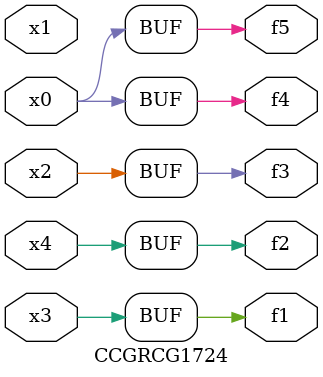
<source format=v>
module CCGRCG1724(
	input x0, x1, x2, x3, x4,
	output f1, f2, f3, f4, f5
);
	assign f1 = x3;
	assign f2 = x4;
	assign f3 = x2;
	assign f4 = x0;
	assign f5 = x0;
endmodule

</source>
